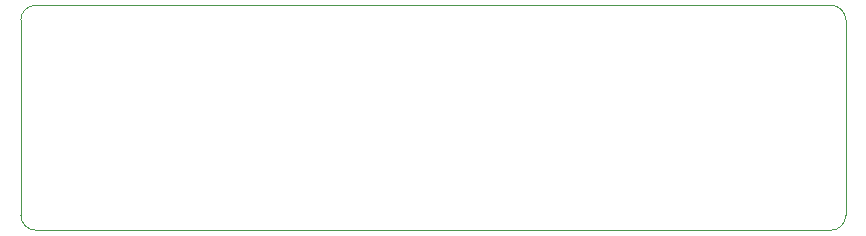
<source format=gbr>
%TF.GenerationSoftware,Altium Limited,Altium Designer,25.6.2 (33)*%
G04 Layer_Color=0*
%FSLAX45Y45*%
%MOMM*%
%TF.SameCoordinates,5DA55B6F-82E9-41E6-B114-64E7E2ADA8B0*%
%TF.FilePolarity,Positive*%
%TF.FileFunction,Profile,NP*%
%TF.Part,Single*%
G01*
G75*
%TA.AperFunction,Profile*%
%ADD31C,0.02540*%
D31*
X-0Y127000D02*
X0Y1778000D01*
D02*
G02*
X127000Y1905000I127000J0D01*
G01*
X6858000D01*
D02*
G02*
X6985000Y1778000I0J-127000D01*
G01*
Y127000D01*
D02*
G02*
X6858000Y0I-127000J-0D01*
G01*
X127000D01*
D02*
G02*
X-0Y127000I-1J127000D01*
G01*
%TF.MD5,93d27a85b4793a3da735b2e3181f6635*%
M02*

</source>
